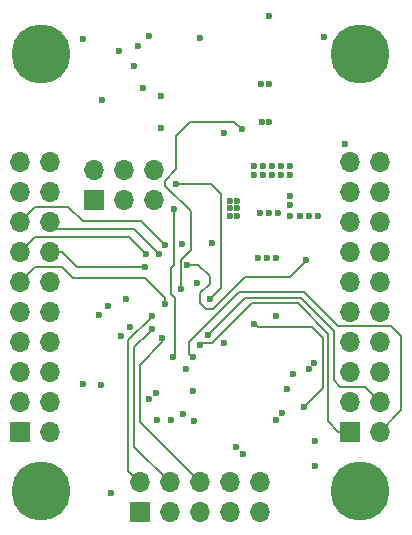
<source format=gbr>
G04 #@! TF.GenerationSoftware,KiCad,Pcbnew,(5.1.5)-3*
G04 #@! TF.CreationDate,2020-08-13T21:18:48+02:00*
G04 #@! TF.ProjectId,STM32 Dev.Board,53544d33-3220-4446-9576-2e426f617264,rev?*
G04 #@! TF.SameCoordinates,Original*
G04 #@! TF.FileFunction,Copper,L4,Bot*
G04 #@! TF.FilePolarity,Positive*
%FSLAX46Y46*%
G04 Gerber Fmt 4.6, Leading zero omitted, Abs format (unit mm)*
G04 Created by KiCad (PCBNEW (5.1.5)-3) date 2020-08-13 21:18:48*
%MOMM*%
%LPD*%
G04 APERTURE LIST*
%ADD10C,0.800000*%
%ADD11C,5.000000*%
%ADD12O,1.700000X1.700000*%
%ADD13R,1.700000X1.700000*%
%ADD14C,0.600000*%
%ADD15C,0.127000*%
G04 APERTURE END LIST*
D10*
X162325825Y-129674175D03*
X161000000Y-129125000D03*
X159674175Y-129674175D03*
X159125000Y-131000000D03*
X159674175Y-132325825D03*
X161000000Y-132875000D03*
X162325825Y-132325825D03*
X162875000Y-131000000D03*
D11*
X161000000Y-131000000D03*
D10*
X135325825Y-92674175D03*
X134000000Y-92125000D03*
X132674175Y-92674175D03*
X132125000Y-94000000D03*
X132674175Y-95325825D03*
X134000000Y-95875000D03*
X135325825Y-95325825D03*
X135875000Y-94000000D03*
D11*
X134000000Y-94000000D03*
D10*
X135325825Y-129674175D03*
X134000000Y-129125000D03*
X132674175Y-129674175D03*
X132125000Y-131000000D03*
X132674175Y-132325825D03*
X134000000Y-132875000D03*
X135325825Y-132325825D03*
X135875000Y-131000000D03*
D11*
X134000000Y-131000000D03*
D10*
X162325825Y-92674175D03*
X161000000Y-92125000D03*
X159674175Y-92674175D03*
X159125000Y-94000000D03*
X159674175Y-95325825D03*
X161000000Y-95875000D03*
X162325825Y-95325825D03*
X162875000Y-94000000D03*
D11*
X161000000Y-94000000D03*
D12*
X134747000Y-103124000D03*
X132207000Y-103124000D03*
X134747000Y-105664000D03*
X132207000Y-105664000D03*
X134747000Y-108204000D03*
X132207000Y-108204000D03*
X134747000Y-110744000D03*
X132207000Y-110744000D03*
X134747000Y-113284000D03*
X132207000Y-113284000D03*
X134747000Y-115824000D03*
X132207000Y-115824000D03*
X134747000Y-118364000D03*
X132207000Y-118364000D03*
X134747000Y-120904000D03*
X132207000Y-120904000D03*
X134747000Y-123444000D03*
X132207000Y-123444000D03*
X134747000Y-125984000D03*
D13*
X132207000Y-125984000D03*
D12*
X162687000Y-103124000D03*
X160147000Y-103124000D03*
X162687000Y-105664000D03*
X160147000Y-105664000D03*
X162687000Y-108204000D03*
X160147000Y-108204000D03*
X162687000Y-110744000D03*
X160147000Y-110744000D03*
X162687000Y-113284000D03*
X160147000Y-113284000D03*
X162687000Y-115824000D03*
X160147000Y-115824000D03*
X162687000Y-118364000D03*
X160147000Y-118364000D03*
X162687000Y-120904000D03*
X160147000Y-120904000D03*
X162687000Y-123444000D03*
X160147000Y-123444000D03*
X162687000Y-125984000D03*
D13*
X160147000Y-125984000D03*
D12*
X152527000Y-130276600D03*
X152527000Y-132816600D03*
X149987000Y-130276600D03*
X149987000Y-132816600D03*
X147447000Y-130276600D03*
X147447000Y-132816600D03*
X144907000Y-130276600D03*
X144907000Y-132816600D03*
X142367000Y-130276600D03*
D13*
X142367000Y-132816600D03*
D12*
X143586200Y-103835200D03*
X143586200Y-106375200D03*
X141046200Y-103835200D03*
X141046200Y-106375200D03*
X138506200Y-103835200D03*
D13*
X138506200Y-106375200D03*
D14*
X150495000Y-127254000D03*
X151130000Y-127889000D03*
X152400000Y-111252000D03*
X155956000Y-107696000D03*
X156718000Y-107696000D03*
X157480000Y-107696000D03*
X155067000Y-106807000D03*
X155067000Y-106045000D03*
X155067000Y-107696000D03*
X153289000Y-107442000D03*
X154051000Y-107442000D03*
X153162000Y-111252000D03*
X153924000Y-111252000D03*
X142240000Y-93345000D03*
X143129000Y-92456000D03*
X153289000Y-90805000D03*
X157988000Y-92583000D03*
X144183100Y-100317300D03*
X149479000Y-100711000D03*
X139192000Y-97917000D03*
X152527000Y-107442000D03*
X157200600Y-126796800D03*
X157226000Y-128879600D03*
X146050000Y-124460000D03*
X146939000Y-125095000D03*
X143713200Y-122682000D03*
X143131398Y-123192398D03*
X159766000Y-101600000D03*
X139700000Y-115316000D03*
X138938000Y-116078000D03*
X147421600Y-92633800D03*
X139954000Y-131191000D03*
X152654000Y-96596200D03*
X153314400Y-96596200D03*
X152679400Y-99745800D03*
X153339800Y-99745800D03*
X137566400Y-92735400D03*
X146304000Y-120650000D03*
X141224000Y-114731800D03*
X149504400Y-118465600D03*
X145897600Y-110134400D03*
X153873200Y-124993400D03*
X154432000Y-124409200D03*
X154787600Y-122351800D03*
X155371800Y-121081800D03*
X147243800Y-113411000D03*
X153898600Y-116205000D03*
X140589000Y-93726000D03*
X141859000Y-94996000D03*
X142595600Y-96893380D03*
X152019000Y-103505000D03*
X152019000Y-104267000D03*
X152781000Y-103505000D03*
X152781000Y-104267000D03*
X155067000Y-103505000D03*
X155067000Y-104267000D03*
X149987000Y-106426000D03*
X150622000Y-106426000D03*
X149987000Y-107696000D03*
X150622000Y-107696000D03*
X153543000Y-103505000D03*
X153543000Y-104267000D03*
X149987000Y-107061000D03*
X150622000Y-107061000D03*
X154305000Y-104267000D03*
X154305000Y-103505000D03*
X144132167Y-97581853D03*
X146862800Y-122555000D03*
X144983200Y-125018800D03*
X143814800Y-125044200D03*
X140792200Y-117881400D03*
X141528800Y-117144800D03*
X148437600Y-110058200D03*
X137566400Y-121970800D03*
X139039600Y-122021600D03*
X157124400Y-120192800D03*
X156667200Y-120675400D03*
X156286200Y-123875800D03*
X152069800Y-116840000D03*
X146380200Y-111861600D03*
X156413200Y-111480600D03*
X144272000Y-118033800D03*
X143433800Y-117271800D03*
X143383000Y-116179600D03*
X148132800Y-117830600D03*
X147497800Y-118694200D03*
X146837400Y-119684800D03*
X143992600Y-110972600D03*
X144500600Y-110159800D03*
X142875000Y-110921800D03*
X142798800Y-112014000D03*
X144526000Y-115214400D03*
X145262600Y-107162600D03*
X145161000Y-119634000D03*
X145389600Y-105003600D03*
X148336000Y-114731800D03*
X151028400Y-100406200D03*
X145826190Y-113905468D03*
D15*
X156967199Y-117139999D02*
X152369799Y-117139999D01*
X157861000Y-118033800D02*
X156967199Y-117139999D01*
X156286200Y-123875800D02*
X157861000Y-122301000D01*
X152369799Y-117139999D02*
X152069800Y-116840000D01*
X157861000Y-122301000D02*
X157861000Y-118033800D01*
X151282888Y-112877600D02*
X155067000Y-112877600D01*
X155067000Y-112877600D02*
X156413200Y-111531400D01*
X148565088Y-115595400D02*
X151282888Y-112877600D01*
X147294600Y-111861600D02*
X148285200Y-112852200D01*
X146380200Y-111861600D02*
X147294600Y-111861600D01*
X148285200Y-112852200D02*
X148285200Y-113489962D01*
X148285200Y-113489962D02*
X147497800Y-114277362D01*
X147497800Y-115112800D02*
X147980400Y-115595400D01*
X147497800Y-114277362D02*
X147497800Y-115112800D01*
X147980400Y-115595400D02*
X148565088Y-115595400D01*
X144272000Y-118440200D02*
X144272000Y-118033800D01*
X142367000Y-120345200D02*
X144272000Y-118440200D01*
X147447000Y-130276600D02*
X142367000Y-125196600D01*
X142367000Y-125196600D02*
X142367000Y-120345200D01*
X141909989Y-118795611D02*
X143103600Y-117602000D01*
X143103600Y-117602000D02*
X143433800Y-117271800D01*
X144907000Y-130276600D02*
X141909989Y-127279589D01*
X141909989Y-127279589D02*
X141909989Y-118795611D01*
X141401800Y-118275100D02*
X143383000Y-116293900D01*
X143383000Y-116293900D02*
X143383000Y-116179600D01*
X142367000Y-130276600D02*
X141401800Y-129311400D01*
X141401800Y-129311400D02*
X141401800Y-118275100D01*
X161417000Y-122174000D02*
X162687000Y-123444000D01*
X159334200Y-122174000D02*
X161417000Y-122174000D01*
X151307800Y-114655600D02*
X155981400Y-114655600D01*
X148132800Y-117830600D02*
X151307800Y-114655600D01*
X155981400Y-114655600D02*
X158775211Y-117449411D01*
X158775211Y-117449411D02*
X158775211Y-121615011D01*
X158775211Y-121615011D02*
X159334200Y-122174000D01*
X159170000Y-125984000D02*
X160147000Y-125984000D01*
X155727400Y-115112800D02*
X158318200Y-117703600D01*
X151876982Y-115112800D02*
X155727400Y-115112800D01*
X147667899Y-118524101D02*
X148465681Y-118524101D01*
X147497800Y-118694200D02*
X147667899Y-118524101D01*
X158318200Y-117703600D02*
X158318200Y-125132200D01*
X158318200Y-125132200D02*
X159170000Y-125984000D01*
X148465681Y-118524101D02*
X151876982Y-115112800D01*
X164490400Y-117932200D02*
X164490400Y-124180600D01*
X163626800Y-117068600D02*
X164490400Y-117932200D01*
X164490400Y-124180600D02*
X162687000Y-125984000D01*
X156260800Y-114198400D02*
X159131000Y-117068600D01*
X159131000Y-117068600D02*
X163626800Y-117068600D01*
X146837400Y-119684800D02*
X146537401Y-119384801D01*
X150723600Y-114198400D02*
X156260800Y-114198400D01*
X146537401Y-119384801D02*
X146537401Y-118384599D01*
X146537401Y-118384599D02*
X147853400Y-117068600D01*
X147853400Y-117068600D02*
X148463000Y-116459000D01*
X150723600Y-114198400D02*
X147853400Y-117068600D01*
X143484600Y-110464600D02*
X143992600Y-110972600D01*
X141833600Y-108813600D02*
X143484600Y-110464600D01*
X134747000Y-108204000D02*
X135356600Y-108813600D01*
X135356600Y-108813600D02*
X141833600Y-108813600D01*
X133451600Y-106959400D02*
X132207000Y-108204000D01*
X144500600Y-110185200D02*
X142494000Y-108178600D01*
X142494000Y-108178600D02*
X137515600Y-108178600D01*
X137515600Y-108178600D02*
X136296400Y-106959400D01*
X136296400Y-106959400D02*
X133451600Y-106959400D01*
X141427200Y-109474000D02*
X142875000Y-110921800D01*
X132207000Y-110744000D02*
X133477000Y-109474000D01*
X133477000Y-109474000D02*
X141427200Y-109474000D01*
X142773400Y-112014000D02*
X142875000Y-112115600D01*
X137007600Y-112014000D02*
X142773400Y-112014000D01*
X134747000Y-110744000D02*
X135737600Y-110744000D01*
X135737600Y-110744000D02*
X137007600Y-112014000D01*
X144526000Y-114706400D02*
X144526000Y-115214400D01*
X133477000Y-112014000D02*
X135737600Y-112014000D01*
X132207000Y-113284000D02*
X133477000Y-112014000D01*
X142773400Y-112953800D02*
X144526000Y-114706400D01*
X135737600Y-112014000D02*
X136677400Y-112953800D01*
X136677400Y-112953800D02*
X142773400Y-112953800D01*
X145262600Y-107162600D02*
X145186400Y-107238800D01*
X145186400Y-119608600D02*
X145161000Y-119634000D01*
X145262600Y-111912400D02*
X145262600Y-107162600D01*
X145364200Y-119430800D02*
X145364200Y-114655600D01*
X145364200Y-114655600D02*
X145034000Y-114325400D01*
X145161000Y-119634000D02*
X145364200Y-119430800D01*
X145034000Y-114325400D02*
X145034000Y-112141000D01*
X145034000Y-112141000D02*
X145262600Y-111912400D01*
X145389600Y-105003600D02*
X147116800Y-105003600D01*
X147015200Y-105003600D02*
X147116800Y-105003600D01*
X149275800Y-105867200D02*
X148412200Y-105003600D01*
X148336000Y-114731800D02*
X149275800Y-113792000D01*
X148412200Y-105003600D02*
X147116800Y-105003600D01*
X149275800Y-113792000D02*
X149275800Y-105867200D01*
X151028400Y-100406200D02*
X150368000Y-99745800D01*
X150368000Y-99745800D02*
X146634200Y-99745800D01*
X145440400Y-100939600D02*
X146634200Y-99745800D01*
X145440400Y-103784400D02*
X145440400Y-100939600D01*
X144475200Y-104749600D02*
X145440400Y-103784400D01*
X146659600Y-110591600D02*
X146659600Y-107340400D01*
X145826190Y-113905468D02*
X145826190Y-111425010D01*
X146659600Y-107340400D02*
X144475200Y-105156000D01*
X145826190Y-111425010D02*
X146659600Y-110591600D01*
X144475200Y-105156000D02*
X144475200Y-104749600D01*
M02*

</source>
